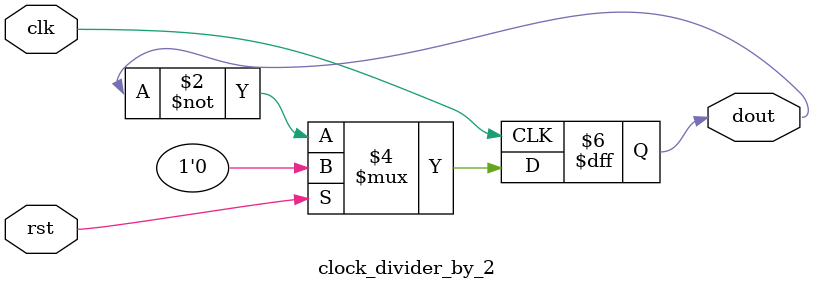
<source format=v>
`timescale 1ns / 1ps

//////////////////////////////////////////////////////////////////////////////////


module clock_divider_by_2(
input clk,rst,
output reg dout);
//dout = 1'b0;
always @(posedge clk)
begin 
if(rst)
dout = 1'b0;
else 
dout = ~dout;
end 
endmodule

</source>
